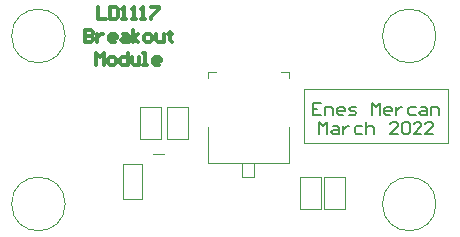
<source format=gto>
G04*
G04 #@! TF.GenerationSoftware,Altium Limited,Altium Designer,22.3.1 (43)*
G04*
G04 Layer_Color=65535*
%FSLAX25Y25*%
%MOIN*%
G70*
G04*
G04 #@! TF.SameCoordinates,03762554-53E0-4DA3-B020-D50B0D98B1FC*
G04*
G04*
G04 #@! TF.FilePolarity,Positive*
G04*
G01*
G75*
%ADD10C,0.00394*%
%ADD11C,0.00630*%
%ADD12C,0.01181*%
D10*
X132559Y56004D02*
G03*
X132559Y56004I-8937J0D01*
G01*
X8937D02*
G03*
X8937Y56004I-8937J0D01*
G01*
X132559Y0D02*
G03*
X132559Y0I-8937J0D01*
G01*
X8937D02*
G03*
X8937Y0I-8937J0D01*
G01*
X134252Y20472D02*
X136614D01*
Y38189D01*
X135039D02*
X136614D01*
Y33760D02*
Y37992D01*
Y21063D02*
Y25295D01*
X88583Y20472D02*
Y38189D01*
Y20472D02*
X134252D01*
X136614Y25295D02*
Y33760D01*
X88583Y38189D02*
X135039D01*
X33728Y21787D02*
X40831D01*
X33728D02*
Y32441D01*
X40831D01*
Y21787D02*
Y32441D01*
X49831Y21787D02*
Y32441D01*
X42728D02*
X49831D01*
X42728Y21787D02*
Y32441D01*
Y21787D02*
X49831D01*
X95236Y9008D02*
X102339D01*
Y-1646D02*
Y9008D01*
X95236Y-1646D02*
X102339D01*
X95236D02*
Y9008D01*
X87236Y-1587D02*
Y9067D01*
Y-1587D02*
X94339D01*
Y9067D01*
X87236D02*
X94339D01*
X38091Y16535D02*
X42028D01*
X28248Y1575D02*
X34547D01*
Y13386D01*
X28248D02*
X34547D01*
X28248Y1575D02*
Y13386D01*
X68012Y9055D02*
Y13780D01*
Y9055D02*
X71949D01*
Y13780D01*
X56463Y43823D02*
X59169D01*
X56464Y13780D02*
Y25591D01*
Y13780D02*
X83484D01*
Y25591D01*
X56463Y41835D02*
Y43823D01*
X80791D02*
X83498D01*
Y41835D02*
Y43823D01*
D11*
X94232Y33635D02*
X91608D01*
Y29699D01*
X94232D01*
X91608Y31667D02*
X92920D01*
X95544Y29699D02*
Y32323D01*
X97511D01*
X98167Y31667D01*
Y29699D01*
X101447D02*
X100135D01*
X99479Y30355D01*
Y31667D01*
X100135Y32323D01*
X101447D01*
X102103Y31667D01*
Y31011D01*
X99479D01*
X103415Y29699D02*
X105383D01*
X106039Y30355D01*
X105383Y31011D01*
X104071D01*
X103415Y31667D01*
X104071Y32323D01*
X106039D01*
X111286Y29699D02*
Y33635D01*
X112598Y32323D01*
X113910Y33635D01*
Y29699D01*
X117190D02*
X115878D01*
X115222Y30355D01*
Y31667D01*
X115878Y32323D01*
X117190D01*
X117846Y31667D01*
Y31011D01*
X115222D01*
X119158Y32323D02*
Y29699D01*
Y31011D01*
X119814Y31667D01*
X120470Y32323D01*
X121126D01*
X125718D02*
X123750D01*
X123094Y31667D01*
Y30355D01*
X123750Y29699D01*
X125718D01*
X127685Y32323D02*
X128997D01*
X129653Y31667D01*
Y29699D01*
X127685D01*
X127030Y30355D01*
X127685Y31011D01*
X129653D01*
X130965Y29699D02*
Y32323D01*
X132933D01*
X133589Y31667D01*
Y29699D01*
X93576Y23465D02*
Y27400D01*
X94888Y26088D01*
X96200Y27400D01*
Y23465D01*
X98167Y26088D02*
X99479D01*
X100135Y25432D01*
Y23465D01*
X98167D01*
X97511Y24121D01*
X98167Y24777D01*
X100135D01*
X101447Y26088D02*
Y23465D01*
Y24777D01*
X102103Y25432D01*
X102759Y26088D01*
X103415D01*
X108007D02*
X106039D01*
X105383Y25432D01*
Y24121D01*
X106039Y23465D01*
X108007D01*
X109319Y27400D02*
Y23465D01*
Y25432D01*
X109975Y26088D01*
X111286D01*
X111943Y25432D01*
Y23465D01*
X119814D02*
X117190D01*
X119814Y26088D01*
Y26744D01*
X119158Y27400D01*
X117846D01*
X117190Y26744D01*
X121126D02*
X121782Y27400D01*
X123094D01*
X123750Y26744D01*
Y24121D01*
X123094Y23465D01*
X121782D01*
X121126Y24121D01*
Y26744D01*
X127685Y23465D02*
X125062D01*
X127685Y26088D01*
Y26744D01*
X127030Y27400D01*
X125718D01*
X125062Y26744D01*
X131621Y23465D02*
X128997D01*
X131621Y26088D01*
Y26744D01*
X130965Y27400D01*
X129653D01*
X128997Y26744D01*
D12*
X19920Y65508D02*
Y61572D01*
X22544D01*
X23856Y65508D02*
Y61572D01*
X25824D01*
X26480Y62228D01*
Y64851D01*
X25824Y65508D01*
X23856D01*
X27792Y61572D02*
X29104D01*
X28448D01*
Y65508D01*
X27792Y64851D01*
X31072Y61572D02*
X32383D01*
X31727D01*
Y65508D01*
X31072Y64851D01*
X34351Y61572D02*
X35663D01*
X35007D01*
Y65508D01*
X34351Y64851D01*
X37631Y65508D02*
X40255D01*
Y64851D01*
X37631Y62228D01*
Y61572D01*
X15657Y57950D02*
Y54014D01*
X17625D01*
X18280Y54670D01*
Y55326D01*
X17625Y55982D01*
X15657D01*
X17625D01*
X18280Y56638D01*
Y57294D01*
X17625Y57950D01*
X15657D01*
X19592Y56638D02*
Y54014D01*
Y55326D01*
X20248Y55982D01*
X20904Y56638D01*
X21560D01*
X25496Y54014D02*
X24184D01*
X23528Y54670D01*
Y55982D01*
X24184Y56638D01*
X25496D01*
X26152Y55982D01*
Y55326D01*
X23528D01*
X28120Y56638D02*
X29432D01*
X30088Y55982D01*
Y54014D01*
X28120D01*
X27464Y54670D01*
X28120Y55326D01*
X30088D01*
X31400Y54014D02*
Y57950D01*
Y55326D02*
X33367Y56638D01*
X31400Y55326D02*
X33367Y54014D01*
X35991D02*
X37303D01*
X37959Y54670D01*
Y55982D01*
X37303Y56638D01*
X35991D01*
X35335Y55982D01*
Y54670D01*
X35991Y54014D01*
X39271Y56638D02*
Y54670D01*
X39927Y54014D01*
X41895D01*
Y56638D01*
X43863Y57294D02*
Y56638D01*
X43207D01*
X44519D01*
X43863D01*
Y54670D01*
X44519Y54014D01*
X19264Y46457D02*
Y50392D01*
X20576Y49081D01*
X21888Y50392D01*
Y46457D01*
X23856D02*
X25168D01*
X25824Y47113D01*
Y48425D01*
X25168Y49081D01*
X23856D01*
X23200Y48425D01*
Y47113D01*
X23856Y46457D01*
X29760Y50392D02*
Y46457D01*
X27792D01*
X27136Y47113D01*
Y48425D01*
X27792Y49081D01*
X29760D01*
X31072D02*
Y47113D01*
X31727Y46457D01*
X33695D01*
Y49081D01*
X35007Y46457D02*
X36319D01*
X35663D01*
Y50392D01*
X35007D01*
X40255Y46457D02*
X38943D01*
X38287Y47113D01*
Y48425D01*
X38943Y49081D01*
X40255D01*
X40911Y48425D01*
Y47769D01*
X38287D01*
M02*

</source>
